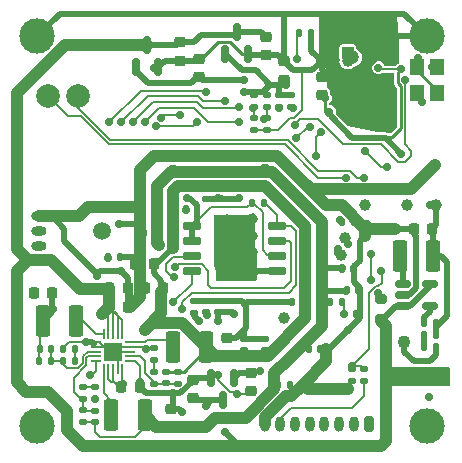
<source format=gbr>
%TF.GenerationSoftware,KiCad,Pcbnew,6.0.7*%
%TF.CreationDate,2022-11-09T14:03:12+03:00*%
%TF.ProjectId,camera_v3s,63616d65-7261-45f7-9633-732e6b696361,rev?*%
%TF.SameCoordinates,Original*%
%TF.FileFunction,Copper,L2,Bot*%
%TF.FilePolarity,Positive*%
%FSLAX46Y46*%
G04 Gerber Fmt 4.6, Leading zero omitted, Abs format (unit mm)*
G04 Created by KiCad (PCBNEW 6.0.7) date 2022-11-09 14:03:12*
%MOMM*%
%LPD*%
G01*
G04 APERTURE LIST*
G04 Aperture macros list*
%AMRoundRect*
0 Rectangle with rounded corners*
0 $1 Rounding radius*
0 $2 $3 $4 $5 $6 $7 $8 $9 X,Y pos of 4 corners*
0 Add a 4 corners polygon primitive as box body*
4,1,4,$2,$3,$4,$5,$6,$7,$8,$9,$2,$3,0*
0 Add four circle primitives for the rounded corners*
1,1,$1+$1,$2,$3*
1,1,$1+$1,$4,$5*
1,1,$1+$1,$6,$7*
1,1,$1+$1,$8,$9*
0 Add four rect primitives between the rounded corners*
20,1,$1+$1,$2,$3,$4,$5,0*
20,1,$1+$1,$4,$5,$6,$7,0*
20,1,$1+$1,$6,$7,$8,$9,0*
20,1,$1+$1,$8,$9,$2,$3,0*%
G04 Aperture macros list end*
%TA.AperFunction,SMDPad,CuDef*%
%ADD10C,1.000000*%
%TD*%
%TA.AperFunction,SMDPad,CuDef*%
%ADD11R,1.200000X1.400000*%
%TD*%
%TA.AperFunction,SMDPad,CuDef*%
%ADD12RoundRect,0.225000X0.250000X-0.225000X0.250000X0.225000X-0.250000X0.225000X-0.250000X-0.225000X0*%
%TD*%
%TA.AperFunction,SMDPad,CuDef*%
%ADD13RoundRect,0.135000X0.185000X-0.135000X0.185000X0.135000X-0.185000X0.135000X-0.185000X-0.135000X0*%
%TD*%
%TA.AperFunction,SMDPad,CuDef*%
%ADD14RoundRect,0.135000X-0.185000X0.135000X-0.185000X-0.135000X0.185000X-0.135000X0.185000X0.135000X0*%
%TD*%
%TA.AperFunction,SMDPad,CuDef*%
%ADD15RoundRect,0.200000X-0.275000X0.200000X-0.275000X-0.200000X0.275000X-0.200000X0.275000X0.200000X0*%
%TD*%
%TA.AperFunction,SMDPad,CuDef*%
%ADD16RoundRect,0.140000X-0.140000X-0.170000X0.140000X-0.170000X0.140000X0.170000X-0.140000X0.170000X0*%
%TD*%
%TA.AperFunction,SMDPad,CuDef*%
%ADD17RoundRect,0.140000X0.170000X-0.140000X0.170000X0.140000X-0.170000X0.140000X-0.170000X-0.140000X0*%
%TD*%
%TA.AperFunction,SMDPad,CuDef*%
%ADD18RoundRect,0.225000X0.225000X0.250000X-0.225000X0.250000X-0.225000X-0.250000X0.225000X-0.250000X0*%
%TD*%
%TA.AperFunction,SMDPad,CuDef*%
%ADD19RoundRect,0.135000X-0.135000X-0.185000X0.135000X-0.185000X0.135000X0.185000X-0.135000X0.185000X0*%
%TD*%
%TA.AperFunction,SMDPad,CuDef*%
%ADD20RoundRect,0.135000X0.135000X0.185000X-0.135000X0.185000X-0.135000X-0.185000X0.135000X-0.185000X0*%
%TD*%
%TA.AperFunction,SMDPad,CuDef*%
%ADD21RoundRect,0.140000X0.140000X0.170000X-0.140000X0.170000X-0.140000X-0.170000X0.140000X-0.170000X0*%
%TD*%
%TA.AperFunction,SMDPad,CuDef*%
%ADD22RoundRect,0.140000X-0.170000X0.140000X-0.170000X-0.140000X0.170000X-0.140000X0.170000X0.140000X0*%
%TD*%
%TA.AperFunction,SMDPad,CuDef*%
%ADD23RoundRect,0.250000X-0.375000X-1.075000X0.375000X-1.075000X0.375000X1.075000X-0.375000X1.075000X0*%
%TD*%
%TA.AperFunction,SMDPad,CuDef*%
%ADD24RoundRect,0.150000X-0.512500X-0.150000X0.512500X-0.150000X0.512500X0.150000X-0.512500X0.150000X0*%
%TD*%
%TA.AperFunction,SMDPad,CuDef*%
%ADD25RoundRect,0.225000X-0.225000X-0.250000X0.225000X-0.250000X0.225000X0.250000X-0.225000X0.250000X0*%
%TD*%
%TA.AperFunction,SMDPad,CuDef*%
%ADD26RoundRect,0.150000X-0.150000X0.587500X-0.150000X-0.587500X0.150000X-0.587500X0.150000X0.587500X0*%
%TD*%
%TA.AperFunction,SMDPad,CuDef*%
%ADD27RoundRect,0.225000X-0.250000X0.225000X-0.250000X-0.225000X0.250000X-0.225000X0.250000X0.225000X0*%
%TD*%
%TA.AperFunction,ComponentPad*%
%ADD28RoundRect,0.200000X0.450000X-0.200000X0.450000X0.200000X-0.450000X0.200000X-0.450000X-0.200000X0*%
%TD*%
%TA.AperFunction,ComponentPad*%
%ADD29O,1.300000X0.800000*%
%TD*%
%TA.AperFunction,SMDPad,CuDef*%
%ADD30RoundRect,0.150000X0.150000X-0.587500X0.150000X0.587500X-0.150000X0.587500X-0.150000X-0.587500X0*%
%TD*%
%TA.AperFunction,ComponentPad*%
%ADD31O,0.800000X1.300000*%
%TD*%
%TA.AperFunction,ComponentPad*%
%ADD32RoundRect,0.200000X0.200000X0.450000X-0.200000X0.450000X-0.200000X-0.450000X0.200000X-0.450000X0*%
%TD*%
%TA.AperFunction,SMDPad,CuDef*%
%ADD33R,1.650000X1.650000*%
%TD*%
%TA.AperFunction,SMDPad,CuDef*%
%ADD34RoundRect,0.050000X-0.050000X-0.375000X0.050000X-0.375000X0.050000X0.375000X-0.050000X0.375000X0*%
%TD*%
%TA.AperFunction,SMDPad,CuDef*%
%ADD35RoundRect,0.050000X-0.375000X-0.050000X0.375000X-0.050000X0.375000X0.050000X-0.375000X0.050000X0*%
%TD*%
%TA.AperFunction,SMDPad,CuDef*%
%ADD36RoundRect,0.250000X0.375000X1.075000X-0.375000X1.075000X-0.375000X-1.075000X0.375000X-1.075000X0*%
%TD*%
%TA.AperFunction,SMDPad,CuDef*%
%ADD37RoundRect,0.150000X0.650000X0.150000X-0.650000X0.150000X-0.650000X-0.150000X0.650000X-0.150000X0*%
%TD*%
%TA.AperFunction,SMDPad,CuDef*%
%ADD38R,1.000000X1.000000*%
%TD*%
%TA.AperFunction,SMDPad,CuDef*%
%ADD39R,1.050000X2.200000*%
%TD*%
%TA.AperFunction,ViaPad*%
%ADD40C,0.700000*%
%TD*%
%TA.AperFunction,ViaPad*%
%ADD41C,1.200000*%
%TD*%
%TA.AperFunction,ViaPad*%
%ADD42C,2.000000*%
%TD*%
%TA.AperFunction,ViaPad*%
%ADD43C,1.500000*%
%TD*%
%TA.AperFunction,ViaPad*%
%ADD44C,0.800000*%
%TD*%
%TA.AperFunction,ViaPad*%
%ADD45C,3.000000*%
%TD*%
%TA.AperFunction,Conductor*%
%ADD46C,0.500000*%
%TD*%
%TA.AperFunction,Conductor*%
%ADD47C,1.000000*%
%TD*%
%TA.AperFunction,Conductor*%
%ADD48C,0.127000*%
%TD*%
%TA.AperFunction,Conductor*%
%ADD49C,0.200000*%
%TD*%
%TA.AperFunction,Conductor*%
%ADD50C,0.250000*%
%TD*%
G04 APERTURE END LIST*
D10*
%TO.P,TP8,1,1*%
%TO.N,+5V*%
X35700000Y-31350000D03*
%TD*%
D11*
%TO.P,Y3,4,4*%
%TO.N,GNDD*%
X34650000Y-5100000D03*
%TO.P,Y3,3,3*%
%TO.N,Net-(U1-Pad28)*%
X34650000Y-7300000D03*
%TO.P,Y3,2,2*%
%TO.N,GNDD*%
X36350000Y-7300000D03*
%TO.P,Y3,1,1*%
%TO.N,Net-(U1-Pad27)*%
X36350000Y-5100000D03*
%TD*%
D12*
%TO.P,C61,1*%
%TO.N,/3V3_2*%
X26600000Y-7475000D03*
%TO.P,C61,2*%
%TO.N,GNDD*%
X26600000Y-5925000D03*
%TD*%
D13*
%TO.P,R34,2*%
%TO.N,/PWDN*%
X20850000Y-9390000D03*
%TO.P,R34,1*%
%TO.N,GNDD*%
X20850000Y-10410000D03*
%TD*%
D14*
%TO.P,R31,1*%
%TO.N,+3V0*%
X20850000Y-7490000D03*
%TO.P,R31,2*%
%TO.N,/PWDN*%
X20850000Y-8510000D03*
%TD*%
D13*
%TO.P,R30,1*%
%TO.N,GNDD*%
X21950000Y-10410000D03*
%TO.P,R30,2*%
%TO.N,/RESETB*%
X21950000Y-9390000D03*
%TD*%
D14*
%TO.P,R29,1*%
%TO.N,+3V0*%
X21950000Y-7490000D03*
%TO.P,R29,2*%
%TO.N,/RESETB*%
X21950000Y-8510000D03*
%TD*%
D15*
%TO.P,R37,2*%
%TO.N,+5V*%
X31600000Y-26425000D03*
%TO.P,R37,1*%
%TO.N,Net-(J5-Pad1)*%
X31600000Y-24775000D03*
%TD*%
D10*
%TO.P,TP1,1,1*%
%TO.N,/LRADC*%
X23400000Y-26400000D03*
%TD*%
D16*
%TO.P,C57,2*%
%TO.N,GNDD*%
X29280000Y-22200000D03*
%TO.P,C57,1*%
%TO.N,+3V3*%
X28320000Y-22200000D03*
%TD*%
%TO.P,C55,2*%
%TO.N,GNDD*%
X23880000Y-32000000D03*
%TO.P,C55,1*%
%TO.N,+3V3*%
X22920000Y-32000000D03*
%TD*%
D17*
%TO.P,C54,1*%
%TO.N,+1V8*%
X16800000Y-25880000D03*
%TO.P,C54,2*%
%TO.N,GNDD*%
X16800000Y-24920000D03*
%TD*%
D16*
%TO.P,C44,2*%
%TO.N,GNDD*%
X26480000Y-29000000D03*
%TO.P,C44,1*%
%TO.N,+3V3*%
X25520000Y-29000000D03*
%TD*%
D17*
%TO.P,C53,2*%
%TO.N,GNDD*%
X20000000Y-28120000D03*
%TO.P,C53,1*%
%TO.N,+1V2*%
X20000000Y-29080000D03*
%TD*%
%TO.P,C52,2*%
%TO.N,GNDD*%
X21800000Y-28120000D03*
%TO.P,C52,1*%
%TO.N,+1V2*%
X21800000Y-29080000D03*
%TD*%
D16*
%TO.P,C50,1*%
%TO.N,+1V2*%
X14120000Y-17100000D03*
%TO.P,C50,2*%
%TO.N,GNDD*%
X15080000Y-17100000D03*
%TD*%
D18*
%TO.P,C22,2*%
%TO.N,GNDD*%
X11625000Y-23800000D03*
%TO.P,C22,1*%
%TO.N,+1V2*%
X13175000Y-23800000D03*
%TD*%
%TO.P,C17,2*%
%TO.N,GNDD*%
X10825000Y-21800000D03*
%TO.P,C17,1*%
%TO.N,+1V2*%
X12375000Y-21800000D03*
%TD*%
D14*
%TO.P,R4,1*%
%TO.N,Net-(R1-Pad2)*%
X12400000Y-30890000D03*
%TO.P,R4,2*%
%TO.N,Net-(C4-Pad2)*%
X12400000Y-31910000D03*
%TD*%
D13*
%TO.P,R32,1*%
%TO.N,+3V3*%
X30200000Y-31710000D03*
%TO.P,R32,2*%
%TO.N,/USB-ID*%
X30200000Y-30690000D03*
%TD*%
D19*
%TO.P,R28,1*%
%TO.N,Net-(R13-Pad2)*%
X35290000Y-27800000D03*
%TO.P,R28,2*%
%TO.N,/3V3_2*%
X36310000Y-27800000D03*
%TD*%
%TO.P,R27,1*%
%TO.N,Net-(DA5-Pad5)*%
X35290000Y-26800000D03*
%TO.P,R27,2*%
%TO.N,/3V3_2*%
X36310000Y-26800000D03*
%TD*%
%TO.P,R25,2*%
%TO.N,GNDD*%
X29310000Y-18200000D03*
%TO.P,R25,1*%
%TO.N,/VRA2*%
X28290000Y-18200000D03*
%TD*%
D13*
%TO.P,R23,2*%
%TO.N,+3V0*%
X23000000Y-7490000D03*
%TO.P,R23,1*%
%TO.N,/I2C1_SCK*%
X23000000Y-8510000D03*
%TD*%
%TO.P,R22,2*%
%TO.N,+3V0*%
X24000000Y-7490000D03*
%TO.P,R22,1*%
%TO.N,/I2C1_SDA*%
X24000000Y-8510000D03*
%TD*%
D20*
%TO.P,R21,1*%
%TO.N,GNDD*%
X25710000Y-2200000D03*
%TO.P,R21,2*%
%TO.N,/STROB*%
X24690000Y-2200000D03*
%TD*%
D19*
%TO.P,R17,2*%
%TO.N,/RESET*%
X28310000Y-25000000D03*
%TO.P,R17,1*%
%TO.N,+3V3*%
X27290000Y-25000000D03*
%TD*%
D14*
%TO.P,R16,2*%
%TO.N,GNDD*%
X29200000Y-31710000D03*
%TO.P,R16,1*%
%TO.N,/USB-ID*%
X29200000Y-30690000D03*
%TD*%
D13*
%TO.P,R14,2*%
%TO.N,GNDD*%
X15800000Y-24890000D03*
%TO.P,R14,1*%
%TO.N,Net-(DD1-Pad73)*%
X15800000Y-25910000D03*
%TD*%
D20*
%TO.P,R13,1*%
%TO.N,GNDD*%
X36310000Y-28800000D03*
%TO.P,R13,2*%
%TO.N,Net-(R13-Pad2)*%
X35290000Y-28800000D03*
%TD*%
D19*
%TO.P,R12,2*%
%TO.N,Net-(DD1-Pad113)*%
X27910000Y-20800000D03*
%TO.P,R12,1*%
%TO.N,+3V3*%
X26890000Y-20800000D03*
%TD*%
%TO.P,R10,2*%
%TO.N,/SPI_CS*%
X21710000Y-16600000D03*
%TO.P,R10,1*%
%TO.N,+3V3*%
X20690000Y-16600000D03*
%TD*%
D13*
%TO.P,R9,2*%
%TO.N,Net-(C6-Pad2)*%
X6400000Y-34170000D03*
%TO.P,R9,1*%
%TO.N,+3V3*%
X6400000Y-35190000D03*
%TD*%
D19*
%TO.P,R8,2*%
%TO.N,Net-(C5-Pad2)*%
X3710000Y-30000000D03*
%TO.P,R8,1*%
%TO.N,+1V8*%
X2690000Y-30000000D03*
%TD*%
D14*
%TO.P,R7,2*%
%TO.N,Net-(C4-Pad2)*%
X14400000Y-31910000D03*
%TO.P,R7,1*%
%TO.N,+1V2*%
X14400000Y-30890000D03*
%TD*%
%TO.P,R6,2*%
%TO.N,Net-(C6-Pad2)*%
X6400000Y-33190000D03*
%TO.P,R6,1*%
%TO.N,Net-(R3-Pad2)*%
X6400000Y-32170000D03*
%TD*%
D20*
%TO.P,R5,2*%
%TO.N,Net-(C5-Pad2)*%
X4690000Y-30000000D03*
%TO.P,R5,1*%
%TO.N,Net-(R2-Pad2)*%
X5710000Y-30000000D03*
%TD*%
D13*
%TO.P,R3,2*%
%TO.N,Net-(R3-Pad2)*%
X7400000Y-32170000D03*
%TO.P,R3,1*%
%TO.N,GNDD*%
X7400000Y-33190000D03*
%TD*%
D19*
%TO.P,R2,2*%
%TO.N,Net-(R2-Pad2)*%
X5710000Y-29000000D03*
%TO.P,R2,1*%
%TO.N,GNDD*%
X4690000Y-29000000D03*
%TD*%
D14*
%TO.P,R1,1*%
%TO.N,GNDD*%
X12400000Y-28890000D03*
%TO.P,R1,2*%
%TO.N,Net-(R1-Pad2)*%
X12400000Y-29910000D03*
%TD*%
D17*
%TO.P,C46,2*%
%TO.N,GNDD*%
X17800000Y-24920000D03*
%TO.P,C46,1*%
%TO.N,VAA*%
X17800000Y-25880000D03*
%TD*%
D21*
%TO.P,C37,2*%
%TO.N,GNDD*%
X24120000Y-25000000D03*
%TO.P,C37,1*%
%TO.N,+1V2*%
X25080000Y-25000000D03*
%TD*%
D17*
%TO.P,C36,1*%
%TO.N,VAA*%
X18800000Y-25880000D03*
%TO.P,C36,2*%
%TO.N,GNDD*%
X18800000Y-24920000D03*
%TD*%
D22*
%TO.P,C35,2*%
%TO.N,GNDD*%
X16800000Y-16280000D03*
%TO.P,C35,1*%
%TO.N,+1V2*%
X16800000Y-15320000D03*
%TD*%
D17*
%TO.P,C32,2*%
%TO.N,GNDD*%
X14000000Y-12720000D03*
%TO.P,C32,1*%
%TO.N,+3V3*%
X14000000Y-13680000D03*
%TD*%
D22*
%TO.P,C31,2*%
%TO.N,GNDD*%
X19400000Y-16280000D03*
%TO.P,C31,1*%
%TO.N,+1V2*%
X19400000Y-15320000D03*
%TD*%
D16*
%TO.P,C28,2*%
%TO.N,GNDD*%
X29680000Y-24000000D03*
%TO.P,C28,1*%
%TO.N,+3V3*%
X28720000Y-24000000D03*
%TD*%
D22*
%TO.P,C26,2*%
%TO.N,GNDD*%
X18200000Y-16280000D03*
%TO.P,C26,1*%
%TO.N,+1V2*%
X18200000Y-15320000D03*
%TD*%
D21*
%TO.P,C25,2*%
%TO.N,GNDD*%
X11520000Y-19200000D03*
%TO.P,C25,1*%
%TO.N,+3V3*%
X12480000Y-19200000D03*
%TD*%
D16*
%TO.P,C24,2*%
%TO.N,GNDD*%
X9480000Y-21200000D03*
%TO.P,C24,1*%
%TO.N,+3V3*%
X8520000Y-21200000D03*
%TD*%
D17*
%TO.P,C20,2*%
%TO.N,GNDD*%
X21800000Y-12640000D03*
%TO.P,C20,1*%
%TO.N,+3V3*%
X21800000Y-13600000D03*
%TD*%
D16*
%TO.P,C16,2*%
%TO.N,GNDD*%
X29480000Y-26000000D03*
%TO.P,C16,1*%
%TO.N,/RESET*%
X28520000Y-26000000D03*
%TD*%
D17*
%TO.P,C6,2*%
%TO.N,Net-(C6-Pad2)*%
X7400000Y-34200000D03*
%TO.P,C6,1*%
%TO.N,+3V3*%
X7400000Y-35160000D03*
%TD*%
D16*
%TO.P,C5,2*%
%TO.N,Net-(C5-Pad2)*%
X3680000Y-29000000D03*
%TO.P,C5,1*%
%TO.N,+1V8*%
X2720000Y-29000000D03*
%TD*%
D22*
%TO.P,C4,2*%
%TO.N,Net-(C4-Pad2)*%
X13400000Y-31880000D03*
%TO.P,C4,1*%
%TO.N,+1V2*%
X13400000Y-30920000D03*
%TD*%
D23*
%TO.P,L4,2,2*%
%TO.N,/3V3_2*%
X36000000Y-21120000D03*
%TO.P,L4,1,1*%
%TO.N,Net-(DA5-Pad3)*%
X33200000Y-21120000D03*
%TD*%
D24*
%TO.P,DA5,5,FB*%
%TO.N,Net-(DA5-Pad5)*%
X35737500Y-25350000D03*
%TO.P,DA5,4,VIN*%
%TO.N,+5V*%
X35737500Y-23450000D03*
%TO.P,DA5,3,SW*%
%TO.N,Net-(DA5-Pad3)*%
X33462500Y-23450000D03*
%TO.P,DA5,2,GND*%
%TO.N,GNDD*%
X33462500Y-24400000D03*
%TO.P,DA5,1,EN*%
%TO.N,+5V*%
X33462500Y-25350000D03*
%TD*%
D18*
%TO.P,C41,1*%
%TO.N,/3V3_2*%
X35975000Y-18800000D03*
%TO.P,C41,2*%
%TO.N,GNDD*%
X34425000Y-18800000D03*
%TD*%
D25*
%TO.P,C38,2*%
%TO.N,GNDD*%
X33575000Y-28400000D03*
%TO.P,C38,1*%
%TO.N,+5V*%
X32025000Y-28400000D03*
%TD*%
D10*
%TO.P,TP4,1,1*%
%TO.N,Net-(DD1-Pad113)*%
X28200000Y-21000000D03*
%TD*%
%TO.P,TP3,1,1*%
%TO.N,Net-(DD1-Pad114)*%
X28600000Y-19600000D03*
%TD*%
D26*
%TO.P,DA4,3,VI*%
%TO.N,+5V*%
X18200000Y-33337500D03*
%TO.P,DA4,2,VO*%
%TO.N,VAA*%
X19150000Y-31462500D03*
%TO.P,DA4,1,GND*%
%TO.N,GNDD*%
X17250000Y-31462500D03*
%TD*%
D27*
%TO.P,C34,2*%
%TO.N,GNDD*%
X20600000Y-32575000D03*
%TO.P,C34,1*%
%TO.N,VAA*%
X20600000Y-31025000D03*
%TD*%
D12*
%TO.P,C29,2*%
%TO.N,GNDD*%
X15700000Y-31575000D03*
%TO.P,C29,1*%
%TO.N,+5V*%
X15700000Y-33125000D03*
%TD*%
D28*
%TO.P,J4,1,Pin_1*%
%TO.N,+5V*%
X2650000Y-21475000D03*
D29*
%TO.P,J4,2,Pin_2*%
%TO.N,/UART0_RX*%
X2650000Y-20225000D03*
%TO.P,J4,3,Pin_3*%
%TO.N,/UART0_TX*%
X2650000Y-18975000D03*
%TO.P,J4,4,Pin_4*%
%TO.N,GNDD*%
X2650000Y-17725000D03*
%TD*%
D27*
%TO.P,C11,2*%
%TO.N,GNDD*%
X21900000Y-4112500D03*
%TO.P,C11,1*%
%TO.N,+5V*%
X21900000Y-2562500D03*
%TD*%
D30*
%TO.P,DA2,1,GND*%
%TO.N,GNDD*%
X20350000Y-4037500D03*
%TO.P,DA2,2,VO*%
%TO.N,+3V0*%
X18450000Y-4037500D03*
%TO.P,DA2,3,VI*%
%TO.N,+5V*%
X19400000Y-2162500D03*
%TD*%
D12*
%TO.P,C14,2*%
%TO.N,GNDD*%
X23400000Y-4625000D03*
%TO.P,C14,1*%
%TO.N,+3V0*%
X23400000Y-6175000D03*
%TD*%
D31*
%TO.P,J3,8,Pin_8*%
%TO.N,GNDD*%
X21825000Y-35350000D03*
%TO.P,J3,7,Pin_7*%
%TO.N,+3V3*%
X23075000Y-35350000D03*
%TO.P,J3,6,Pin_6*%
%TO.N,/SDC0_D2*%
X24325000Y-35350000D03*
%TO.P,J3,5,Pin_5*%
%TO.N,/SDC0_D3*%
X25575000Y-35350000D03*
%TO.P,J3,4,Pin_4*%
%TO.N,/SDC0_CMD*%
X26825000Y-35350000D03*
%TO.P,J3,3,Pin_3*%
%TO.N,/SDC0_CLK*%
X28075000Y-35350000D03*
%TO.P,J3,2,Pin_2*%
%TO.N,/SDC0_D0*%
X29325000Y-35350000D03*
D32*
%TO.P,J3,1,Pin_1*%
%TO.N,/SDC0_D1*%
X30575000Y-35350000D03*
%TD*%
D30*
%TO.P,DA3,1,GND*%
%TO.N,GNDD*%
X12750000Y-5137500D03*
%TO.P,DA3,2,VO*%
%TO.N,+1V35*%
X10850000Y-5137500D03*
%TO.P,DA3,3,VI*%
%TO.N,+5V*%
X11800000Y-3262500D03*
%TD*%
D33*
%TO.P,DA1,21,EPad*%
%TO.N,GNDD*%
X8924750Y-29200000D03*
D34*
%TO.P,DA1,20,LX3*%
%TO.N,Net-(DA1-Pad20)*%
X8124750Y-30650000D03*
%TO.P,DA1,19,VIN3*%
%TO.N,+5V*%
X8524750Y-30650000D03*
%TO.P,DA1,18,EN3*%
X8924750Y-30650000D03*
%TO.P,DA1,17,AGND*%
%TO.N,GNDD*%
X9324750Y-30650000D03*
%TO.P,DA1,16,VCC*%
%TO.N,+5V*%
X9724750Y-30650000D03*
D35*
%TO.P,DA1,15,AGND*%
%TO.N,GNDD*%
X10374750Y-30000000D03*
%TO.P,DA1,14,FB1*%
%TO.N,Net-(C4-Pad2)*%
X10374750Y-29600000D03*
%TO.P,DA1,13,GND1*%
%TO.N,GNDD*%
X10374750Y-29200000D03*
%TO.P,DA1,12,GND1*%
X10374750Y-28800000D03*
%TO.P,DA1,11,LX1*%
%TO.N,Net-(DA1-Pad11)*%
X10374750Y-28400000D03*
D34*
%TO.P,DA1,10,VIN1*%
%TO.N,+5V*%
X9724750Y-27750000D03*
%TO.P,DA1,9,EN1*%
X9324750Y-27750000D03*
%TO.P,DA1,8,EN2*%
X8924750Y-27750000D03*
%TO.P,DA1,7,VIN2*%
X8524750Y-27750000D03*
%TO.P,DA1,6,LX2*%
%TO.N,Net-(DA1-Pad6)*%
X8124750Y-27750000D03*
D35*
%TO.P,DA1,5,GND2*%
%TO.N,GNDD*%
X7474750Y-28400000D03*
%TO.P,DA1,4,GND2*%
X7474750Y-28800000D03*
%TO.P,DA1,3,FB2*%
%TO.N,Net-(C5-Pad2)*%
X7474750Y-29200000D03*
%TO.P,DA1,2,FB3*%
%TO.N,Net-(C6-Pad2)*%
X7474750Y-29600000D03*
%TO.P,DA1,1,GND3*%
%TO.N,GNDD*%
X7474750Y-30000000D03*
%TD*%
D25*
%TO.P,C7,1*%
%TO.N,+5V*%
X9625000Y-32200000D03*
%TO.P,C7,2*%
%TO.N,GNDD*%
X11175000Y-32200000D03*
%TD*%
D27*
%TO.P,C12,1*%
%TO.N,+5V*%
X14600000Y-3025000D03*
%TO.P,C12,2*%
%TO.N,GNDD*%
X14600000Y-4575000D03*
%TD*%
D10*
%TO.P,TP13,1,1*%
%TO.N,/ANT*%
X28800000Y-4600000D03*
%TD*%
D36*
%TO.P,L1,1,1*%
%TO.N,+1V2*%
X16800000Y-28800000D03*
%TO.P,L1,2,2*%
%TO.N,Net-(DA1-Pad11)*%
X14000000Y-28800000D03*
%TD*%
D10*
%TO.P,TP12,1,1*%
%TO.N,GNDD*%
X27600000Y-16800000D03*
%TD*%
D23*
%TO.P,L2,1,1*%
%TO.N,+1V8*%
X3000000Y-26600000D03*
%TO.P,L2,2,2*%
%TO.N,Net-(DA1-Pad6)*%
X5800000Y-26600000D03*
%TD*%
D12*
%TO.P,C3,1*%
%TO.N,+3V3*%
X13800000Y-35575000D03*
%TO.P,C3,2*%
%TO.N,GNDD*%
X13800000Y-34025000D03*
%TD*%
D37*
%TO.P,DD2,8,VCC*%
%TO.N,+3V3*%
X15600000Y-18595000D03*
%TO.P,DD2,7,~{HOLD}/SIO3*%
X15600000Y-19865000D03*
%TO.P,DD2,6,SCLK*%
%TO.N,/SPI_SCK*%
X15600000Y-21135000D03*
%TO.P,DD2,5,SI/SIO0*%
%TO.N,/SPI_MOSI*%
X15600000Y-22405000D03*
%TO.P,DD2,4,GND*%
%TO.N,GNDD*%
X22800000Y-22405000D03*
%TO.P,DD2,3,~{WP}/SIO2*%
%TO.N,+3V3*%
X22800000Y-21135000D03*
%TO.P,DD2,2,SO/SIO1*%
%TO.N,/SPI_MISO*%
X22800000Y-19865000D03*
%TO.P,DD2,1,~{CS}*%
%TO.N,/SPI_CS*%
X22800000Y-18595000D03*
%TD*%
D12*
%TO.P,C1,2*%
%TO.N,GNDD*%
X18600000Y-28025000D03*
%TO.P,C1,1*%
%TO.N,+1V2*%
X18600000Y-29575000D03*
%TD*%
D10*
%TO.P,TP11,1,1*%
%TO.N,/USB-D-_R*%
X33800000Y-16800000D03*
%TD*%
D12*
%TO.P,C15,1*%
%TO.N,+1V35*%
X16200000Y-5975000D03*
%TO.P,C15,2*%
%TO.N,GNDD*%
X16200000Y-4425000D03*
%TD*%
D10*
%TO.P,TP14,1,1*%
%TO.N,GNDD*%
X26600000Y-4600000D03*
%TD*%
D36*
%TO.P,L3,2,2*%
%TO.N,Net-(DA1-Pad20)*%
X8800000Y-34600000D03*
%TO.P,L3,1,1*%
%TO.N,+3V3*%
X11600000Y-34600000D03*
%TD*%
D18*
%TO.P,C2,1*%
%TO.N,+1V8*%
X3775000Y-24200000D03*
%TO.P,C2,2*%
%TO.N,GNDD*%
X2225000Y-24200000D03*
%TD*%
D38*
%TO.P,X2,1,In*%
%TO.N,/ANT*%
X28800000Y-3900000D03*
D39*
%TO.P,X2,2,Ext*%
%TO.N,GNDD*%
X27325000Y-2400000D03*
X30275000Y-2400000D03*
D38*
X28800000Y-900000D03*
%TD*%
D25*
%TO.P,C10,1*%
%TO.N,+5V*%
X8625000Y-23800000D03*
%TO.P,C10,2*%
%TO.N,GNDD*%
X10175000Y-23800000D03*
%TD*%
D10*
%TO.P,TP9,1,1*%
%TO.N,/3V3_2*%
X36300000Y-16800000D03*
%TD*%
D25*
%TO.P,C8,1*%
%TO.N,+5V*%
X8625000Y-25400000D03*
%TO.P,C8,2*%
%TO.N,GNDD*%
X10175000Y-25400000D03*
%TD*%
D10*
%TO.P,TP10,1,1*%
%TO.N,/USB-D+_R*%
X30300000Y-16800000D03*
%TD*%
D40*
%TO.N,GNDD*%
X29850000Y-9750000D03*
X30950000Y-9750000D03*
X32100000Y-9750000D03*
X29850000Y-8750000D03*
X35700000Y-33050000D03*
%TO.N,+5V*%
X35700000Y-31350000D03*
%TO.N,GNDD*%
X29850000Y-7650000D03*
X31000000Y-7600000D03*
X32100000Y-7650000D03*
X32100000Y-8700000D03*
%TO.N,/3V3_2*%
X26900000Y-7740000D03*
%TO.N,/RST*%
X24300000Y-10010000D03*
X33649500Y-6200000D03*
%TO.N,/3V3_2*%
X31400000Y-5150000D03*
X33350000Y-5300000D03*
X33350000Y-12450000D03*
%TO.N,GNDD*%
X31000000Y-8700000D03*
X34750000Y-4350000D03*
X36563500Y-7300000D03*
%TO.N,Net-(U1-Pad27)*%
X35900000Y-5100000D03*
%TO.N,Net-(U1-Pad28)*%
X35100000Y-8100000D03*
%TO.N,/3V3_2*%
X27250000Y-8886000D03*
%TO.N,/SDC1_CMD*%
X25600000Y-10200000D03*
X24450000Y-11150000D03*
%TO.N,/SDC1_D3*%
X30276500Y-12260000D03*
X32150000Y-13600000D03*
%TO.N,/SDC1_D2*%
X26500000Y-10650000D03*
X26100000Y-12600000D03*
%TO.N,GNDD*%
X15073500Y-17200000D03*
D41*
%TO.N,/ANT*%
X29200000Y-4300000D03*
D42*
%TO.N,Net-(DD1-Pad113)*%
X5950000Y-7550000D03*
%TO.N,Net-(DD1-Pad114)*%
X3400000Y-7550000D03*
D40*
%TO.N,/LRADC*%
X23400000Y-26400000D03*
%TO.N,Net-(DD1-Pad113)*%
X30150000Y-14473500D03*
%TO.N,Net-(DD1-Pad114)*%
X28650000Y-14473500D03*
%TO.N,GNDD*%
X11800000Y-13000000D03*
%TO.N,/I2C1_SCK*%
X23000000Y-8600000D03*
%TO.N,/I2C1_SDA*%
X24200000Y-8600000D03*
%TO.N,GNDD*%
X36200000Y-13400000D03*
X14800000Y-34310000D03*
X7400000Y-33199255D03*
X26600000Y-4600000D03*
X12400000Y-5200000D03*
%TO.N,/STROB*%
X24490000Y-4400000D03*
%TO.N,+1V35*%
X20000000Y-6200000D03*
%TO.N,/CSI_D4*%
X12541539Y-10087691D03*
X16000000Y-9800000D03*
%TO.N,/CSI_D5*%
X13000000Y-9400000D03*
X14600000Y-9200000D03*
%TO.N,/CLK_PCLK*%
X16800000Y-7200000D03*
X8600000Y-9800000D03*
%TO.N,/CSI_MCLK*%
X18423500Y-8000000D03*
X9600000Y-9800000D03*
%TO.N,/CSI_HS*%
X19576500Y-8500000D03*
X10600000Y-9800000D03*
%TO.N,/CSI_VS*%
X11600000Y-9800000D03*
X19576500Y-9800000D03*
%TO.N,/PWDN*%
X20750000Y-8600000D03*
%TO.N,/RESETB*%
X21700000Y-9550000D03*
%TO.N,+3V0*%
X19992352Y-7192352D03*
X23600000Y-6600000D03*
%TO.N,GNDD*%
X2200000Y-24200000D03*
%TO.N,+5V*%
X3400000Y-32600000D03*
%TO.N,+1V8*%
X16888262Y-26125011D03*
%TO.N,+3V3*%
X8520000Y-21276500D03*
%TO.N,GNDD*%
X33600000Y-28400000D03*
X28800000Y-32400000D03*
%TO.N,+1V2*%
X16200000Y-15200000D03*
X17200000Y-15200000D03*
X18200000Y-15200000D03*
%TO.N,GNDD*%
X17800000Y-16223500D03*
X19600000Y-16200000D03*
X20100000Y-25200000D03*
X9400000Y-18400000D03*
X7600000Y-22800000D03*
X9600000Y-22400000D03*
%TO.N,+5V*%
X18400000Y-36000000D03*
X16800000Y-33800000D03*
%TO.N,GNDD*%
X30400000Y-18400000D03*
%TO.N,Net-(DD1-Pad113)*%
X28000000Y-20476500D03*
%TO.N,/VRA2*%
X28109510Y-18090490D03*
%TO.N,Net-(DD1-Pad114)*%
X28800000Y-20076500D03*
%TO.N,GNDD*%
X28200000Y-16800000D03*
%TO.N,VAA*%
X19200000Y-26000000D03*
%TO.N,GNDD*%
X30275551Y-19395803D03*
%TO.N,+1V2*%
X24100000Y-17500000D03*
%TO.N,+3V3*%
X24500000Y-16100000D03*
X15200000Y-16176500D03*
X25900000Y-27700000D03*
%TO.N,GNDD*%
X23800000Y-33000000D03*
X28800000Y-27400000D03*
X27000000Y-29000000D03*
%TO.N,/RESET*%
X28520000Y-26040000D03*
%TO.N,GNDD*%
X24800000Y-14600000D03*
%TO.N,VAA*%
X21392352Y-30807648D03*
%TO.N,GNDD*%
X19400000Y-32800000D03*
X17800000Y-31200000D03*
%TO.N,VAA*%
X17804102Y-26619398D03*
%TO.N,GNDD*%
X32800000Y-18800000D03*
%TO.N,/USB-D+_R*%
X30751838Y-23110000D03*
%TO.N,Net-(J5-Pad1)*%
X31400000Y-24200000D03*
%TO.N,/USB-D+_R*%
X30803162Y-20943162D03*
%TO.N,/3V3_2*%
X35800000Y-16800000D03*
%TO.N,/USB-D-_R*%
X33800000Y-16800000D03*
%TO.N,/USB-D+_R*%
X30300000Y-16800000D03*
%TO.N,/USB-ID*%
X31600000Y-22400000D03*
X29190000Y-30400000D03*
%TO.N,+3V3*%
X28350500Y-22160000D03*
X28650500Y-24040000D03*
X13830528Y-14096673D03*
X20800000Y-14150500D03*
%TO.N,+1V2*%
X25200000Y-22200000D03*
X14000000Y-17400000D03*
%TO.N,/SPI_MISO*%
X14200000Y-22000000D03*
%TO.N,/SPI_SCK*%
X14095664Y-22904336D03*
%TO.N,/SPI_CS*%
X14800000Y-25600000D03*
%TO.N,/SPI_MOSI*%
X14049500Y-25000000D03*
%TO.N,+1V2*%
X13034165Y-24143058D03*
X14000000Y-19000000D03*
%TO.N,+5V*%
X8000000Y-26000000D03*
X9762375Y-31962375D03*
%TO.N,+1V2*%
X14000000Y-20400000D03*
%TO.N,+3V3*%
X12807648Y-20207648D03*
%TO.N,GNDD*%
X14000000Y-32743500D03*
%TO.N,+1V2*%
X22025000Y-29575000D03*
%TO.N,+3V3*%
X23800000Y-29800000D03*
X22600000Y-31000000D03*
%TO.N,+1V2*%
X20200000Y-29600000D03*
%TO.N,Net-(DD1-Pad73)*%
X16249500Y-26649500D03*
%TO.N,GNDD*%
X9075250Y-29342109D03*
X6600000Y-28400000D03*
X7000000Y-31200000D03*
X11200000Y-31800000D03*
X11750500Y-29000000D03*
%TO.N,+1V8*%
X3825000Y-25600000D03*
%TO.N,+1V2*%
X11600000Y-27400000D03*
D43*
%TO.N,*%
X8000000Y-19000000D03*
D44*
%TO.N,GNDD*%
X20800000Y-18000000D03*
X20800000Y-22600000D03*
X18600000Y-22600000D03*
D45*
X35500000Y-2500000D03*
D44*
X20800000Y-20800000D03*
D45*
X35500000Y-35500000D03*
D44*
X20800000Y-19400000D03*
X18600000Y-21000000D03*
X18600000Y-18000000D03*
D45*
X2500000Y-2500000D03*
D44*
X18600000Y-19400000D03*
D45*
X2500000Y-35500000D03*
%TD*%
D46*
%TO.N,GNDD*%
X20100000Y-25200000D02*
X19820000Y-24920000D01*
X19820000Y-24920000D02*
X18800000Y-24920000D01*
X20100000Y-25200000D02*
X20200000Y-25300000D01*
X20100000Y-25200000D02*
X20300000Y-25000000D01*
X20300000Y-25000000D02*
X24120000Y-25000000D01*
X20200000Y-25300000D02*
X20200000Y-27200000D01*
D47*
%TO.N,+3V3*%
X12807648Y-20207648D02*
X12650000Y-20050000D01*
X12650000Y-20050000D02*
X12650000Y-15150000D01*
X22400000Y-14000000D02*
X24500000Y-16100000D01*
X12650000Y-15150000D02*
X13800000Y-14000000D01*
X13800000Y-14000000D02*
X22400000Y-14000000D01*
D46*
X15200000Y-16176500D02*
X15376500Y-16176500D01*
X15376500Y-16176500D02*
X16000000Y-16800000D01*
X16000000Y-16800000D02*
X16000000Y-18200000D01*
X16000000Y-18200000D02*
X15600000Y-18600000D01*
D48*
%TO.N,/RST*%
X33649500Y-6200000D02*
X33650000Y-6200500D01*
X28400000Y-11650000D02*
X26300000Y-9550000D01*
X33650000Y-6200500D02*
X33650000Y-11650000D01*
X26300000Y-9550000D02*
X24760000Y-9550000D01*
X33650000Y-11650000D02*
X34200000Y-12200000D01*
X33100000Y-13150000D02*
X31600000Y-11650000D01*
X34200000Y-12200000D02*
X34200000Y-12600000D01*
X34200000Y-12600000D02*
X33650000Y-13150000D01*
X24760000Y-9550000D02*
X24300000Y-10010000D01*
X33650000Y-13150000D02*
X33100000Y-13150000D01*
X31600000Y-11650000D02*
X28400000Y-11650000D01*
D49*
%TO.N,GNDD*%
X20850000Y-10410000D02*
X22940000Y-10410000D01*
X22940000Y-10410000D02*
X23950000Y-9400000D01*
X23950000Y-9400000D02*
X24216002Y-9400000D01*
X24216002Y-9400000D02*
X24900000Y-8716002D01*
X24900000Y-8716002D02*
X24900000Y-5400000D01*
%TO.N,/CSI_VS*%
X19576500Y-9800000D02*
X19559148Y-9782648D01*
X19559148Y-9782648D02*
X17012199Y-9782648D01*
X17012199Y-9782648D02*
X15779551Y-8550000D01*
X15779551Y-8550000D02*
X12850000Y-8550000D01*
X12850000Y-8550000D02*
X11600000Y-9800000D01*
%TO.N,/CSI_HS*%
X19576500Y-8500000D02*
X19476500Y-8600000D01*
X19476500Y-8600000D02*
X16560775Y-8600000D01*
X16560775Y-8600000D02*
X16010775Y-8050000D01*
X16010775Y-8050000D02*
X12350000Y-8050000D01*
X12350000Y-8050000D02*
X10600000Y-9800000D01*
%TO.N,/CSI_MCLK*%
X9600000Y-9800000D02*
X11850000Y-7550000D01*
X16133998Y-7550000D02*
X16583998Y-8000000D01*
X11850000Y-7550000D02*
X16133998Y-7550000D01*
X16583998Y-8000000D02*
X18423500Y-8000000D01*
%TO.N,/CLK_PCLK*%
X8600000Y-9800000D02*
X11300000Y-7100000D01*
X11300000Y-7100000D02*
X16700000Y-7100000D01*
X16700000Y-7100000D02*
X16800000Y-7200000D01*
D46*
%TO.N,+1V35*%
X16200000Y-5975000D02*
X16025000Y-5975000D01*
X11850000Y-6450000D02*
X10850000Y-5450000D01*
X16025000Y-5975000D02*
X15550000Y-6450000D01*
X15550000Y-6450000D02*
X11850000Y-6450000D01*
X10850000Y-5450000D02*
X10850000Y-5137500D01*
D48*
%TO.N,/SDC1_CMD*%
X25600000Y-10200000D02*
X25400000Y-10200000D01*
X25400000Y-10200000D02*
X24450000Y-11150000D01*
%TO.N,Net-(DD1-Pad114)*%
X28650000Y-14473500D02*
X26323500Y-14473500D01*
X26323500Y-14473500D02*
X23450000Y-11600000D01*
X23450000Y-11600000D02*
X8590790Y-11600000D01*
X8590790Y-11600000D02*
X6240790Y-9250000D01*
X6240790Y-9250000D02*
X5100000Y-9250000D01*
X5100000Y-9250000D02*
X3400000Y-7550000D01*
D50*
%TO.N,GNDD*%
X36563500Y-7300000D02*
X36550000Y-7300000D01*
X34650000Y-5400000D02*
X34650000Y-5100000D01*
X36550000Y-7300000D02*
X34650000Y-5400000D01*
D46*
X31000000Y-8700000D02*
X29450000Y-7150000D01*
X29450000Y-7150000D02*
X28350000Y-7150000D01*
X31000000Y-7600000D02*
X30400000Y-7000000D01*
X28350000Y-7150000D02*
X26600000Y-5400000D01*
X26600000Y-5400000D02*
X26600000Y-4600000D01*
X31000000Y-8700000D02*
X31000000Y-7600000D01*
X30400000Y-7000000D02*
X30400000Y-5121866D01*
X30400000Y-5121866D02*
X33021866Y-2500000D01*
X33021866Y-2500000D02*
X35500000Y-2500000D01*
D48*
%TO.N,/SDC1_D3*%
X32150000Y-13600000D02*
X31616500Y-13600000D01*
X31616500Y-13600000D02*
X30276500Y-12260000D01*
%TO.N,/SDC1_D2*%
X26500000Y-10650000D02*
X26100000Y-11050000D01*
X26100000Y-11050000D02*
X26100000Y-12600000D01*
D50*
%TO.N,/3V3_2*%
X26900000Y-7740000D02*
X26900000Y-8900000D01*
X26900000Y-8900000D02*
X29050000Y-11050000D01*
X33048000Y-6499357D02*
X33048000Y-5602000D01*
X29050000Y-11050000D02*
X32550000Y-11050000D01*
X33300000Y-6751357D02*
X33048000Y-6499357D01*
X32550000Y-11050000D02*
X33300000Y-10300000D01*
X33300000Y-10300000D02*
X33300000Y-6751357D01*
X33048000Y-5602000D02*
X33350000Y-5300000D01*
D46*
X33350000Y-12450000D02*
X32000000Y-11100000D01*
X32000000Y-11100000D02*
X29150000Y-11100000D01*
X29150000Y-11100000D02*
X27345000Y-9295000D01*
D47*
%TO.N,+5V*%
X32000000Y-27000000D02*
X32000000Y-30900000D01*
X32000000Y-30900000D02*
X32000000Y-36800000D01*
X35700000Y-31350000D02*
X32450000Y-31350000D01*
X32450000Y-31350000D02*
X32000000Y-30900000D01*
D48*
%TO.N,Net-(DD1-Pad113)*%
X30150000Y-14473500D02*
X29573500Y-14473500D01*
X29573500Y-14473500D02*
X29000000Y-13900000D01*
X29000000Y-13900000D02*
X26309210Y-13900000D01*
X26309210Y-13900000D02*
X23709210Y-11300000D01*
X23709210Y-11300000D02*
X8650000Y-11300000D01*
X8650000Y-11300000D02*
X5950000Y-8600000D01*
X5950000Y-8600000D02*
X5950000Y-7550000D01*
D47*
%TO.N,+5V*%
X11800000Y-3262500D02*
X4837500Y-3262500D01*
X4837500Y-3262500D02*
X800000Y-7300000D01*
X800000Y-7300000D02*
X800000Y-20550000D01*
X800000Y-20550000D02*
X1725000Y-21475000D01*
D49*
%TO.N,/3V3_2*%
X31400000Y-5150000D02*
X31550000Y-5300000D01*
X31550000Y-5300000D02*
X33350000Y-5300000D01*
D48*
%TO.N,GNDD*%
X36350000Y-7300000D02*
X36563500Y-7300000D01*
%TO.N,Net-(DD1-Pad114)*%
X3400000Y-7950000D02*
X3400000Y-7550000D01*
D47*
%TO.N,GNDD*%
X24800000Y-14600000D02*
X25650000Y-15450000D01*
X25650000Y-15450000D02*
X34150000Y-15450000D01*
X34150000Y-15450000D02*
X36200000Y-13400000D01*
D49*
%TO.N,/PWDN*%
X20850000Y-9390000D02*
X20850000Y-8510000D01*
%TO.N,/RESETB*%
X21950000Y-8510000D02*
X21950000Y-9510000D01*
X21950000Y-9510000D02*
X22040000Y-9600000D01*
D46*
%TO.N,GNDD*%
X24900000Y-5400000D02*
X25800000Y-5400000D01*
X24200000Y-5400000D02*
X24900000Y-5400000D01*
D49*
%TO.N,/RESETB*%
X21700000Y-9550000D02*
X21850000Y-9400000D01*
D47*
%TO.N,+5V*%
X31600000Y-26600000D02*
X32000000Y-27000000D01*
X5000000Y-35800000D02*
X5000000Y-34200000D01*
X31600000Y-37200000D02*
X6400000Y-37200000D01*
X32000000Y-36800000D02*
X31600000Y-37200000D01*
X6400000Y-37200000D02*
X5000000Y-35800000D01*
X5000000Y-34200000D02*
X3400000Y-32600000D01*
D46*
%TO.N,GNDD*%
X20350000Y-4037500D02*
X20425000Y-4112500D01*
X22887500Y-4112500D02*
X23400000Y-4625000D01*
X20425000Y-4112500D02*
X21900000Y-4112500D01*
%TO.N,+5V*%
X19400000Y-2162500D02*
X21500000Y-2162500D01*
%TO.N,GNDD*%
X21900000Y-4112500D02*
X22887500Y-4112500D01*
%TO.N,+5V*%
X21500000Y-2162500D02*
X21900000Y-2562500D01*
%TO.N,+3V0*%
X21000000Y-5400000D02*
X22200000Y-6600000D01*
X19812500Y-5400000D02*
X21000000Y-5400000D01*
X18450000Y-4037500D02*
X19812500Y-5400000D01*
D50*
%TO.N,GNDD*%
X16375000Y-4425000D02*
X16200000Y-4425000D01*
X17800000Y-3000000D02*
X16375000Y-4425000D01*
X18800000Y-3000000D02*
X17800000Y-3000000D01*
X19837500Y-4037500D02*
X18800000Y-3000000D01*
X20350000Y-4037500D02*
X19837500Y-4037500D01*
D46*
%TO.N,+5V*%
X14600000Y-3025000D02*
X15775000Y-3025000D01*
X15775000Y-3025000D02*
X16400000Y-2400000D01*
X16400000Y-2400000D02*
X19162500Y-2400000D01*
X19162500Y-2400000D02*
X19400000Y-2162500D01*
%TO.N,GNDD*%
X14000000Y-32743500D02*
X14610577Y-32743500D01*
X15812500Y-31462500D02*
X15700000Y-31575000D01*
%TO.N,+5V*%
X17062500Y-33337500D02*
X15912500Y-33337500D01*
%TO.N,GNDD*%
X14610577Y-32743500D02*
X15700000Y-31654077D01*
X15700000Y-31654077D02*
X15700000Y-31575000D01*
X17250000Y-31462500D02*
X15812500Y-31462500D01*
%TO.N,+5V*%
X15912500Y-33337500D02*
X15700000Y-33125000D01*
D49*
%TO.N,/STROB*%
X24490000Y-2400000D02*
X24690000Y-2200000D01*
D46*
%TO.N,GNDD*%
X25710000Y-2200000D02*
X25710000Y-3710000D01*
X25710000Y-3710000D02*
X26600000Y-4600000D01*
D49*
%TO.N,/STROB*%
X24490000Y-4400000D02*
X24490000Y-2400000D01*
D46*
%TO.N,GNDD*%
X11718500Y-32743500D02*
X11175000Y-32200000D01*
X14000000Y-32743500D02*
X11718500Y-32743500D01*
X15073500Y-17106500D02*
X15080000Y-17100000D01*
X15073500Y-17200000D02*
X15073500Y-17106500D01*
D48*
%TO.N,/USB-ID*%
X31600000Y-22400000D02*
X31680500Y-22480500D01*
X31176117Y-23659500D02*
X30600000Y-24235617D01*
X30600000Y-24235617D02*
X30600000Y-28990000D01*
X30600000Y-28990000D02*
X29190000Y-30400000D01*
X31680500Y-22480500D02*
X31680500Y-23379000D01*
X31680500Y-23379000D02*
X31400000Y-23659500D01*
X31400000Y-23659500D02*
X31176117Y-23659500D01*
%TO.N,/USB-D+_R*%
X30751838Y-22054486D02*
X30803162Y-22003162D01*
X30751838Y-23110000D02*
X30751838Y-22054486D01*
X30803162Y-22003162D02*
X30803162Y-20943162D01*
D46*
%TO.N,GNDD*%
X30275551Y-19395803D02*
X29826162Y-19845192D01*
X29826162Y-19845192D02*
X29826162Y-21496151D01*
X29327000Y-21995313D02*
X29327000Y-23327000D01*
X29800000Y-26400000D02*
X27200000Y-29000000D01*
X29826162Y-21496151D02*
X29327000Y-21995313D01*
X29327000Y-23327000D02*
X29800000Y-23800000D01*
X29800000Y-23800000D02*
X29800000Y-26400000D01*
X27200000Y-29000000D02*
X27000000Y-29000000D01*
D49*
%TO.N,+3V3*%
X20800000Y-16600000D02*
X20690000Y-16600000D01*
X21600000Y-17400000D02*
X20800000Y-16600000D01*
X21600000Y-20600000D02*
X21600000Y-17400000D01*
X22000000Y-21000000D02*
X21600000Y-20600000D01*
X22665000Y-21000000D02*
X22000000Y-21000000D01*
X22800000Y-21135000D02*
X22665000Y-21000000D01*
X20290000Y-17000000D02*
X20690000Y-16600000D01*
X15600000Y-18600000D02*
X17200000Y-17000000D01*
X17200000Y-17000000D02*
X20290000Y-17000000D01*
D46*
X15600000Y-18600000D02*
X15600000Y-18595000D01*
%TO.N,GNDD*%
X26400000Y-600000D02*
X23400000Y-600000D01*
X23400000Y-600000D02*
X4400000Y-600000D01*
X23400000Y-4625000D02*
X23400000Y-600000D01*
D47*
X32800000Y-18800000D02*
X30287631Y-18800000D01*
X30287631Y-18800000D02*
X30275551Y-18787920D01*
X6075000Y-17725000D02*
X6800000Y-17000000D01*
X2650000Y-17725000D02*
X6075000Y-17725000D01*
X6800000Y-17000000D02*
X11000000Y-17000000D01*
X11200000Y-13800000D02*
X11200000Y-17200000D01*
X11000000Y-17000000D02*
X11200000Y-17200000D01*
X11200000Y-17200000D02*
X11200000Y-18800000D01*
X28287631Y-16800000D02*
X28200000Y-16800000D01*
X30275551Y-18787920D02*
X28287631Y-16800000D01*
X30275551Y-19395803D02*
X30275551Y-18787920D01*
D48*
%TO.N,/3V3_2*%
X35800000Y-16800000D02*
X36300000Y-16800000D01*
D46*
%TO.N,GNDD*%
X30275000Y-2400000D02*
X30275000Y-925000D01*
X30275000Y-925000D02*
X30600000Y-600000D01*
%TO.N,+5V*%
X31600000Y-26600000D02*
X32850000Y-25350000D01*
X32850000Y-25350000D02*
X33462500Y-25350000D01*
D47*
%TO.N,GNDD*%
X28200000Y-16800000D02*
X27000000Y-16800000D01*
X27000000Y-16800000D02*
X22800000Y-12600000D01*
X22800000Y-12600000D02*
X12400000Y-12600000D01*
X12400000Y-12600000D02*
X11200000Y-13800000D01*
D46*
X16800000Y-16280000D02*
X19520000Y-16280000D01*
X19520000Y-16280000D02*
X19600000Y-16200000D01*
D49*
%TO.N,/CSI_D4*%
X12541539Y-10087691D02*
X15712309Y-10087691D01*
X15712309Y-10087691D02*
X16000000Y-9800000D01*
%TO.N,/SPI_CS*%
X14800000Y-25600000D02*
X14800000Y-25000000D01*
X23995000Y-18595000D02*
X22800000Y-18595000D01*
X14800000Y-25000000D02*
X15600000Y-24200000D01*
X15600000Y-24200000D02*
X23800000Y-24200000D01*
X23800000Y-24200000D02*
X24400000Y-23600000D01*
X24400000Y-23600000D02*
X24400000Y-19000000D01*
X24400000Y-19000000D02*
X23995000Y-18595000D01*
D48*
%TO.N,+1V8*%
X2720000Y-26880000D02*
X3000000Y-26600000D01*
D49*
%TO.N,Net-(DA1-Pad6)*%
X6000000Y-26400000D02*
X5800000Y-26600000D01*
D46*
%TO.N,+1V8*%
X3000000Y-26600000D02*
X3775000Y-25825000D01*
X3775000Y-25825000D02*
X3775000Y-24200000D01*
D48*
X2720000Y-29000000D02*
X2720000Y-26880000D01*
D49*
%TO.N,GNDD*%
X7000000Y-31200000D02*
X7124750Y-31200000D01*
X7124750Y-31200000D02*
X7474750Y-30850000D01*
X7474750Y-30850000D02*
X7474750Y-30000000D01*
D48*
%TO.N,Net-(C6-Pad2)*%
X7474750Y-29600000D02*
X6800000Y-29600000D01*
X5600000Y-32600000D02*
X6190000Y-33190000D01*
X6800000Y-29600000D02*
X6654000Y-29746000D01*
X6654000Y-29746000D02*
X6654000Y-30346000D01*
X6190000Y-33190000D02*
X6400000Y-33190000D01*
X6654000Y-30346000D02*
X5600000Y-31400000D01*
X5600000Y-31400000D02*
X5600000Y-32600000D01*
D46*
%TO.N,GNDD*%
X10400000Y-25400000D02*
X10400000Y-24025000D01*
D47*
X10400000Y-25400000D02*
X11200000Y-24600000D01*
X11200000Y-24600000D02*
X11200000Y-21200000D01*
D46*
X10400000Y-24025000D02*
X10175000Y-23800000D01*
D47*
%TO.N,+5V*%
X8625000Y-25400000D02*
X8600000Y-25400000D01*
D49*
X9000000Y-25625000D02*
X8775000Y-25400000D01*
X9324750Y-27750000D02*
X9324750Y-26099750D01*
D47*
X8600000Y-25375000D02*
X8625000Y-25400000D01*
X8600000Y-23825000D02*
X8600000Y-25375000D01*
D49*
X8625000Y-25425000D02*
X8625000Y-25400000D01*
X9324750Y-26099750D02*
X8625000Y-25400000D01*
D47*
X8600000Y-25400000D02*
X8000000Y-26000000D01*
D49*
X9724750Y-26524750D02*
X8625000Y-25425000D01*
X9724750Y-27750000D02*
X9724750Y-26524750D01*
D46*
%TO.N,GNDD*%
X10175000Y-25400000D02*
X10175000Y-23800000D01*
D47*
%TO.N,+5V*%
X8625000Y-23800000D02*
X8600000Y-23825000D01*
D49*
X8775000Y-25400000D02*
X8625000Y-25400000D01*
D46*
%TO.N,+1V2*%
X13034165Y-24143058D02*
X13034165Y-23234165D01*
X13034165Y-23234165D02*
X12375000Y-22575000D01*
X12375000Y-22575000D02*
X12375000Y-21800000D01*
D47*
X14000000Y-17400000D02*
X14000000Y-15600000D01*
X14400000Y-15200000D02*
X16200000Y-15200000D01*
X14000000Y-15600000D02*
X14400000Y-15200000D01*
X14000000Y-19000000D02*
X14000000Y-17400000D01*
%TO.N,GNDD*%
X23800000Y-33000000D02*
X23600000Y-33000000D01*
X23600000Y-33000000D02*
X21825000Y-34775000D01*
X21825000Y-34775000D02*
X21825000Y-35350000D01*
D46*
%TO.N,+3V0*%
X22200000Y-6600000D02*
X23000000Y-6600000D01*
X23000000Y-6600000D02*
X23600000Y-6600000D01*
X23000000Y-7490000D02*
X23000000Y-6600000D01*
X24000000Y-7490000D02*
X23000000Y-7490000D01*
%TO.N,/I2C1_SCK*%
X23000000Y-8600000D02*
X23000000Y-8510000D01*
%TO.N,GNDD*%
X13800000Y-34025000D02*
X14515000Y-34025000D01*
X14515000Y-34025000D02*
X14800000Y-34310000D01*
D49*
%TO.N,+3V3*%
X7400000Y-35160000D02*
X7400000Y-36000000D01*
X10800000Y-36400000D02*
X11600000Y-35600000D01*
X7400000Y-36000000D02*
X7800000Y-36400000D01*
X7800000Y-36400000D02*
X10800000Y-36400000D01*
X11600000Y-35600000D02*
X11600000Y-34600000D01*
X6400000Y-35190000D02*
X7370000Y-35190000D01*
X7370000Y-35190000D02*
X7400000Y-35160000D01*
%TO.N,Net-(C6-Pad2)*%
X7400000Y-34200000D02*
X6430000Y-34200000D01*
X6430000Y-34200000D02*
X6400000Y-34170000D01*
X6400000Y-33190000D02*
X6400000Y-34170000D01*
%TO.N,Net-(R3-Pad2)*%
X7400000Y-32170000D02*
X6400000Y-32170000D01*
%TO.N,GNDD*%
X7400000Y-33199255D02*
X7400000Y-33190000D01*
%TO.N,Net-(DA1-Pad20)*%
X8124750Y-30650000D02*
X8124750Y-32724750D01*
X8124750Y-32724750D02*
X8800000Y-33400000D01*
X8800000Y-33400000D02*
X8800000Y-34600000D01*
D46*
%TO.N,+3V0*%
X19992352Y-7192352D02*
X21607648Y-7192352D01*
X21607648Y-7192352D02*
X22200000Y-6600000D01*
%TO.N,GNDD*%
X33600000Y-600000D02*
X30600000Y-600000D01*
X30600000Y-600000D02*
X26400000Y-600000D01*
X26600000Y-4600000D02*
X26600000Y-800000D01*
X26600000Y-800000D02*
X26400000Y-600000D01*
X23400000Y-4625000D02*
X23425000Y-4625000D01*
X23425000Y-4625000D02*
X24200000Y-5400000D01*
X25800000Y-5400000D02*
X26600000Y-4600000D01*
X12462500Y-5137500D02*
X12400000Y-5200000D01*
X12750000Y-5137500D02*
X12462500Y-5137500D01*
X16200000Y-4425000D02*
X16050000Y-4575000D01*
X16050000Y-4575000D02*
X14600000Y-4575000D01*
%TO.N,+1V35*%
X20000000Y-6200000D02*
X16425000Y-6200000D01*
X16425000Y-6200000D02*
X16200000Y-5975000D01*
%TO.N,+5V*%
X11800000Y-3262500D02*
X14362500Y-3262500D01*
%TO.N,GNDD*%
X14600000Y-4575000D02*
X13312500Y-4575000D01*
X13312500Y-4575000D02*
X12750000Y-5137500D01*
%TO.N,+5V*%
X14362500Y-3262500D02*
X14600000Y-3025000D01*
%TO.N,GNDD*%
X35500000Y-2500000D02*
X33600000Y-600000D01*
X4400000Y-600000D02*
X2500000Y-2500000D01*
D47*
%TO.N,+3V3*%
X23800000Y-29800000D02*
X26600000Y-27000000D01*
X26600000Y-27000000D02*
X26600000Y-23800000D01*
X23800000Y-29800000D02*
X22600000Y-31000000D01*
%TO.N,GNDD*%
X25000000Y-32000000D02*
X24000000Y-33000000D01*
X24000000Y-33000000D02*
X23800000Y-33000000D01*
D49*
%TO.N,/CSI_D5*%
X14600000Y-9200000D02*
X13200000Y-9200000D01*
X13200000Y-9200000D02*
X13000000Y-9400000D01*
D46*
%TO.N,GNDD*%
X7600000Y-22600000D02*
X4800000Y-19800000D01*
X4800000Y-19800000D02*
X4800000Y-18800000D01*
X4800000Y-18800000D02*
X3725000Y-17725000D01*
X3725000Y-17725000D02*
X2650000Y-17725000D01*
%TO.N,/3V3_2*%
X36310000Y-26800000D02*
X36310000Y-27310000D01*
X36310000Y-27310000D02*
X36310000Y-27800000D01*
X36310000Y-27310000D02*
X36310000Y-27090000D01*
X36310000Y-27090000D02*
X37200000Y-26200000D01*
X37200000Y-26200000D02*
X37200000Y-21600000D01*
X37200000Y-21600000D02*
X36720000Y-21120000D01*
X36720000Y-21120000D02*
X36000000Y-21120000D01*
%TO.N,GNDD*%
X36310000Y-28800000D02*
X36310000Y-29490000D01*
X36310000Y-29490000D02*
X35800000Y-30000000D01*
X35800000Y-30000000D02*
X34400000Y-30000000D01*
X34400000Y-30000000D02*
X33600000Y-29200000D01*
X33600000Y-29200000D02*
X33600000Y-28400000D01*
%TO.N,Net-(R13-Pad2)*%
X35290000Y-27800000D02*
X35290000Y-28800000D01*
%TO.N,Net-(DA5-Pad5)*%
X35737500Y-25350000D02*
X35737500Y-25862500D01*
X35737500Y-25862500D02*
X35290000Y-26310000D01*
X35290000Y-26310000D02*
X35290000Y-26800000D01*
%TO.N,GNDD*%
X2225000Y-24200000D02*
X2200000Y-24200000D01*
X14000000Y-32743500D02*
X14000000Y-33825000D01*
X14000000Y-33825000D02*
X13800000Y-34025000D01*
X20000000Y-28120000D02*
X20000000Y-27400000D01*
X20000000Y-27400000D02*
X20200000Y-27200000D01*
X21800000Y-28120000D02*
X20000000Y-28120000D01*
D47*
%TO.N,+5V*%
X793000Y-29207000D02*
X800000Y-29200000D01*
X793000Y-31793000D02*
X793000Y-29207000D01*
X1600000Y-32600000D02*
X793000Y-31793000D01*
X1725000Y-21475000D02*
X2650000Y-21475000D01*
X3400000Y-32600000D02*
X1600000Y-32600000D01*
X800000Y-29200000D02*
X800000Y-22400000D01*
X800000Y-22400000D02*
X1725000Y-21475000D01*
D46*
%TO.N,VAA*%
X17800000Y-25880000D02*
X19080000Y-25880000D01*
X19080000Y-25880000D02*
X19200000Y-26000000D01*
X17804102Y-26619398D02*
X17804102Y-25884102D01*
X17804102Y-25884102D02*
X17800000Y-25880000D01*
%TO.N,Net-(DD1-Pad73)*%
X16249500Y-26649500D02*
X15800000Y-26200000D01*
X15800000Y-26200000D02*
X15800000Y-25910000D01*
%TO.N,GNDD*%
X15800000Y-24890000D02*
X18770000Y-24890000D01*
X18770000Y-24890000D02*
X18800000Y-24920000D01*
%TO.N,+1V8*%
X16800000Y-26036749D02*
X16888262Y-26125011D01*
X16800000Y-25880000D02*
X16800000Y-26036749D01*
D49*
%TO.N,/SPI_MISO*%
X14200000Y-22000000D02*
X14395000Y-21805000D01*
X14395000Y-21805000D02*
X16436396Y-21805000D01*
X17000000Y-22368604D02*
X17000000Y-23600000D01*
X16436396Y-21805000D02*
X17000000Y-22368604D01*
X17000000Y-23600000D02*
X17200000Y-23800000D01*
X17200000Y-23800000D02*
X23400000Y-23800000D01*
X23400000Y-23800000D02*
X24000000Y-23200000D01*
X24000000Y-23200000D02*
X24000000Y-20000000D01*
X24000000Y-20000000D02*
X23865000Y-19865000D01*
X23865000Y-19865000D02*
X22800000Y-19865000D01*
D46*
%TO.N,+5V*%
X18400000Y-36000000D02*
X19400000Y-37000000D01*
X16800000Y-33800000D02*
X17062500Y-33537500D01*
X17062500Y-33537500D02*
X17062500Y-33337500D01*
D49*
%TO.N,/SPI_SCK*%
X14095664Y-22904336D02*
X13904336Y-22904336D01*
X14000000Y-21200000D02*
X15535000Y-21200000D01*
X13904336Y-22904336D02*
X13400000Y-22400000D01*
X13400000Y-22400000D02*
X13400000Y-21800000D01*
X13400000Y-21800000D02*
X14000000Y-21200000D01*
X15535000Y-21200000D02*
X15600000Y-21135000D01*
D46*
%TO.N,+3V3*%
X28650500Y-24040000D02*
X26840000Y-24040000D01*
X26840000Y-24040000D02*
X26600000Y-23800000D01*
X28350500Y-22160000D02*
X26960000Y-22160000D01*
X26960000Y-22160000D02*
X26600000Y-21800000D01*
D47*
%TO.N,GNDD*%
X11200000Y-18800000D02*
X11200000Y-21200000D01*
D46*
X9480000Y-21200000D02*
X11200000Y-21200000D01*
D49*
%TO.N,+3V3*%
X30200000Y-31710000D02*
X30200000Y-33000000D01*
X30200000Y-33000000D02*
X29200000Y-34000000D01*
X23075000Y-34925000D02*
X23075000Y-35350000D01*
X29200000Y-34000000D02*
X24000000Y-34000000D01*
X24000000Y-34000000D02*
X23075000Y-34925000D01*
D48*
%TO.N,/USB-ID*%
X29190000Y-30400000D02*
X29910000Y-30400000D01*
X29910000Y-30400000D02*
X30200000Y-30690000D01*
D47*
%TO.N,GNDD*%
X33575000Y-28400000D02*
X33600000Y-28400000D01*
X27000000Y-30000000D02*
X25000000Y-32000000D01*
X28800000Y-32400000D02*
X25400000Y-32400000D01*
X25400000Y-32400000D02*
X25000000Y-32000000D01*
D46*
X18200000Y-16280000D02*
X18143500Y-16223500D01*
X18143500Y-16223500D02*
X17800000Y-16223500D01*
D47*
%TO.N,+1V2*%
X16200000Y-15200000D02*
X17200000Y-15200000D01*
X17200000Y-15200000D02*
X18200000Y-15200000D01*
X18200000Y-15200000D02*
X21800000Y-15200000D01*
D46*
X14000000Y-20400000D02*
X12600000Y-21800000D01*
X12600000Y-21800000D02*
X12375000Y-21800000D01*
%TO.N,GNDD*%
X9400000Y-18400000D02*
X10800000Y-18400000D01*
X10800000Y-18400000D02*
X11200000Y-18800000D01*
X7600000Y-22600000D02*
X7600000Y-22800000D01*
X7800000Y-22400000D02*
X7600000Y-22600000D01*
X9600000Y-22400000D02*
X7800000Y-22400000D01*
X10175000Y-22975000D02*
X9600000Y-22400000D01*
X10175000Y-23800000D02*
X10175000Y-22975000D01*
X18600000Y-28025000D02*
X19375000Y-28025000D01*
X19375000Y-28025000D02*
X20200000Y-27200000D01*
D48*
%TO.N,Net-(C5-Pad2)*%
X7474750Y-29200000D02*
X6800000Y-29200000D01*
X6800000Y-29200000D02*
X6400000Y-29600000D01*
X6400000Y-29600000D02*
X6400000Y-30200000D01*
X6400000Y-30200000D02*
X6000000Y-30600000D01*
X6000000Y-30600000D02*
X5000000Y-30600000D01*
X5000000Y-30600000D02*
X4690000Y-30290000D01*
X4690000Y-30290000D02*
X4690000Y-30000000D01*
X3680000Y-29970000D02*
X3710000Y-30000000D01*
%TO.N,+1V8*%
X2690000Y-30000000D02*
X2690000Y-29030000D01*
X2690000Y-29030000D02*
X2720000Y-29000000D01*
%TO.N,Net-(C5-Pad2)*%
X4690000Y-30000000D02*
X3710000Y-30000000D01*
X3680000Y-29000000D02*
X3680000Y-29970000D01*
%TO.N,Net-(R2-Pad2)*%
X5710000Y-30000000D02*
X5710000Y-29000000D01*
%TO.N,GNDD*%
X4690000Y-29000000D02*
X4690000Y-28910000D01*
X4690000Y-28910000D02*
X5200000Y-28400000D01*
X5200000Y-28400000D02*
X6600000Y-28400000D01*
D49*
%TO.N,Net-(C4-Pad2)*%
X12400000Y-31910000D02*
X12400000Y-31800000D01*
X12400000Y-31800000D02*
X11600000Y-31000000D01*
X11200000Y-29600000D02*
X10374750Y-29600000D01*
X11600000Y-31000000D02*
X11600000Y-30000000D01*
X11600000Y-30000000D02*
X11200000Y-29600000D01*
%TO.N,GNDD*%
X11200000Y-31800000D02*
X11200000Y-30400000D01*
X11200000Y-30400000D02*
X10800000Y-30000000D01*
X10800000Y-30000000D02*
X10374750Y-30000000D01*
%TO.N,Net-(C4-Pad2)*%
X14400000Y-31910000D02*
X12400000Y-31910000D01*
D50*
%TO.N,+1V2*%
X14400000Y-30890000D02*
X13430000Y-30890000D01*
X13430000Y-30890000D02*
X13400000Y-30920000D01*
X14400000Y-30890000D02*
X14910000Y-30890000D01*
X14910000Y-30890000D02*
X16800000Y-29000000D01*
X16800000Y-29000000D02*
X16800000Y-28800000D01*
D48*
%TO.N,Net-(R1-Pad2)*%
X12400000Y-29910000D02*
X12400000Y-30890000D01*
%TO.N,GNDD*%
X11750500Y-29000000D02*
X11860500Y-28890000D01*
X11860500Y-28890000D02*
X12400000Y-28890000D01*
D49*
X11750500Y-29000000D02*
X11600000Y-29000000D01*
X11600000Y-29000000D02*
X11400000Y-28800000D01*
X11400000Y-28800000D02*
X10374750Y-28800000D01*
%TO.N,Net-(DA1-Pad11)*%
X11600000Y-28400000D02*
X10374750Y-28400000D01*
X11600000Y-28400000D02*
X11800000Y-28200000D01*
X11800000Y-28200000D02*
X13400000Y-28200000D01*
X13400000Y-28200000D02*
X14000000Y-28800000D01*
D47*
%TO.N,+3V3*%
X22600000Y-31000000D02*
X22600000Y-32400000D01*
X20200000Y-34800000D02*
X17581687Y-34800000D01*
X22600000Y-32400000D02*
X20200000Y-34800000D01*
X16781687Y-35600000D02*
X12600000Y-35600000D01*
X17581687Y-34800000D02*
X16781687Y-35600000D01*
X12600000Y-35600000D02*
X11600000Y-34600000D01*
D46*
%TO.N,+5V*%
X18200000Y-33337500D02*
X17062500Y-33337500D01*
D49*
%TO.N,Net-(DD1-Pad114)*%
X28600000Y-19876500D02*
X28600000Y-19600000D01*
X28800000Y-20076500D02*
X28600000Y-19876500D01*
D47*
%TO.N,+1V2*%
X21800000Y-15200000D02*
X24100000Y-17500000D01*
X24100000Y-17500000D02*
X25200000Y-18600000D01*
%TO.N,+3V3*%
X24500000Y-16100000D02*
X26600000Y-18200000D01*
D49*
%TO.N,/SPI_CS*%
X22800000Y-18595000D02*
X22800000Y-17600000D01*
X21800000Y-16600000D02*
X21710000Y-16600000D01*
X22800000Y-17600000D02*
X21800000Y-16600000D01*
D46*
%TO.N,+3V3*%
X15600000Y-18595000D02*
X15600000Y-19865000D01*
D47*
X26600000Y-18200000D02*
X26600000Y-21800000D01*
X26600000Y-21800000D02*
X26600000Y-23800000D01*
%TO.N,GNDD*%
X27000000Y-29000000D02*
X27000000Y-30000000D01*
D49*
%TO.N,/RESET*%
X28520000Y-26000000D02*
X28520000Y-25230000D01*
X28520000Y-25230000D02*
X28400000Y-25110000D01*
D47*
%TO.N,+1V2*%
X25200000Y-18600000D02*
X25200000Y-22200000D01*
D46*
%TO.N,VAA*%
X19150000Y-31462500D02*
X19612500Y-31000000D01*
X19612500Y-31000000D02*
X20575000Y-31000000D01*
X20575000Y-31000000D02*
X20600000Y-31025000D01*
D49*
X20600000Y-31025000D02*
X21175000Y-31025000D01*
X21175000Y-31025000D02*
X21392352Y-30807648D01*
%TO.N,GNDD*%
X19400000Y-32800000D02*
X20375000Y-32800000D01*
X20375000Y-32800000D02*
X20600000Y-32575000D01*
D47*
%TO.N,+1V2*%
X22025000Y-29575000D02*
X20225000Y-29575000D01*
X20200000Y-29600000D02*
X17600000Y-29600000D01*
X17600000Y-29600000D02*
X16800000Y-28800000D01*
X20225000Y-29575000D02*
X20200000Y-29600000D01*
D49*
%TO.N,GNDD*%
X19400000Y-32800000D02*
X19200000Y-32600000D01*
X19200000Y-32600000D02*
X18800000Y-32600000D01*
X18800000Y-32600000D02*
X17800000Y-31600000D01*
X17800000Y-31600000D02*
X17800000Y-31200000D01*
D47*
%TO.N,+5V*%
X8525000Y-23900000D02*
X8625000Y-23800000D01*
X2650000Y-21475000D02*
X3675000Y-21475000D01*
X6100000Y-23900000D02*
X8525000Y-23900000D01*
X3675000Y-21475000D02*
X6100000Y-23900000D01*
D49*
%TO.N,/SPI_MOSI*%
X14049500Y-25000000D02*
X15600000Y-23449500D01*
X15600000Y-23449500D02*
X15600000Y-22405000D01*
D46*
%TO.N,Net-(DA5-Pad3)*%
X33462500Y-23450000D02*
X33462500Y-21382500D01*
X33462500Y-21382500D02*
X33200000Y-21120000D01*
%TO.N,GNDD*%
X34425000Y-18800000D02*
X32800000Y-18800000D01*
%TO.N,+5V*%
X35737500Y-23450000D02*
X35737500Y-23662500D01*
X35737500Y-23662500D02*
X34050000Y-25350000D01*
X34050000Y-25350000D02*
X33462500Y-25350000D01*
%TO.N,GNDD*%
X34425000Y-18800000D02*
X34425000Y-19225000D01*
X34425000Y-19225000D02*
X34600000Y-19400000D01*
X34600000Y-19400000D02*
X34600000Y-23800000D01*
X34600000Y-23800000D02*
X34000000Y-24400000D01*
X34000000Y-24400000D02*
X33462500Y-24400000D01*
%TO.N,/3V3_2*%
X36000000Y-21120000D02*
X36000000Y-18825000D01*
X36000000Y-18825000D02*
X35975000Y-18800000D01*
X36300000Y-16800000D02*
X36300000Y-18475000D01*
X36300000Y-18475000D02*
X35975000Y-18800000D01*
%TO.N,GNDD*%
X22800000Y-22405000D02*
X20995000Y-22405000D01*
X20995000Y-22405000D02*
X20800000Y-22600000D01*
D47*
%TO.N,+1V2*%
X25200000Y-22200000D02*
X25200000Y-26400000D01*
X25200000Y-26400000D02*
X22025000Y-29575000D01*
X12999500Y-24565075D02*
X12999500Y-25434925D01*
X12999500Y-25434925D02*
X13034165Y-25469590D01*
X13034165Y-25965835D02*
X11600000Y-27400000D01*
X13034165Y-24143058D02*
X13034165Y-24530410D01*
X13034165Y-24530410D02*
X12999500Y-24565075D01*
X13034165Y-25469590D02*
X13034165Y-25965835D01*
X14000000Y-20400000D02*
X14000000Y-19000000D01*
D49*
%TO.N,+5V*%
X8524750Y-30650000D02*
X8524750Y-31524750D01*
X8524750Y-31524750D02*
X8800000Y-31800000D01*
X8800000Y-31800000D02*
X9000000Y-31800000D01*
X8924750Y-30650000D02*
X8924750Y-31724750D01*
X8924750Y-31724750D02*
X9000000Y-31800000D01*
X9000000Y-31800000D02*
X9162375Y-31962375D01*
X9162375Y-31962375D02*
X9762375Y-31962375D01*
X9724750Y-30650000D02*
X9724750Y-31924750D01*
X9724750Y-31924750D02*
X9762375Y-31962375D01*
D46*
%TO.N,GNDD*%
X6600000Y-28400000D02*
X7124750Y-28400000D01*
X7124750Y-28400000D02*
X7324750Y-28600000D01*
D49*
%TO.N,+5V*%
X9724750Y-32000000D02*
X9762375Y-31962375D01*
%TO.N,GNDD*%
X8533141Y-28800000D02*
X7474750Y-28800000D01*
X9075250Y-29342109D02*
X9617359Y-28800000D01*
X9075250Y-29342109D02*
X8533141Y-28800000D01*
X9617359Y-28800000D02*
X10374750Y-28800000D01*
X10374750Y-29200000D02*
X9217359Y-29200000D01*
X9217359Y-29200000D02*
X9075250Y-29342109D01*
X9075250Y-29342109D02*
X9324750Y-29591609D01*
X9324750Y-29591609D02*
X9324750Y-30650000D01*
D47*
%TO.N,+1V2*%
X12225000Y-26775000D02*
X14775000Y-26775000D01*
X11600000Y-27400000D02*
X12225000Y-26775000D01*
X14775000Y-26775000D02*
X16800000Y-28800000D01*
D49*
%TO.N,Net-(DA1-Pad6)*%
X8124750Y-27750000D02*
X7474750Y-27750000D01*
X7474750Y-27750000D02*
X6124750Y-26400000D01*
%TO.N,GNDD*%
X7474750Y-28400000D02*
X7724750Y-28400000D01*
X7724750Y-28400000D02*
X8124750Y-28800000D01*
X10374750Y-30000000D02*
X10790325Y-30000000D01*
%TO.N,+5V*%
X8924750Y-27750000D02*
X8924750Y-25575000D01*
X8524750Y-27750000D02*
X8524750Y-25625000D01*
%TD*%
%TA.AperFunction,Conductor*%
%TO.N,GNDD*%
G36*
X20800073Y-17468449D02*
G01*
X20830103Y-17490652D01*
X20954595Y-17615144D01*
X20988621Y-17677456D01*
X20991500Y-17704239D01*
X20991500Y-20551864D01*
X20990422Y-20568307D01*
X20986250Y-20600000D01*
X20991500Y-20639880D01*
X20991500Y-20639885D01*
X20998509Y-20693124D01*
X21007162Y-20758851D01*
X21068476Y-20906876D01*
X21073502Y-20913426D01*
X21073964Y-20914028D01*
X21074196Y-20914627D01*
X21077633Y-20920581D01*
X21076704Y-20921117D01*
X21099563Y-20980249D01*
X21100000Y-20990731D01*
X21100000Y-23065500D01*
X21079998Y-23133621D01*
X21026342Y-23180114D01*
X20974000Y-23191500D01*
X17734500Y-23191500D01*
X17666379Y-23171498D01*
X17619886Y-23117842D01*
X17608500Y-23065500D01*
X17608500Y-22416740D01*
X17609578Y-22400294D01*
X17612672Y-22376792D01*
X17613750Y-22368604D01*
X17608500Y-22328726D01*
X17608500Y-22328719D01*
X17592838Y-22209754D01*
X17531524Y-22061729D01*
X17526035Y-22054575D01*
X17525804Y-22053979D01*
X17522368Y-22048027D01*
X17523296Y-22047491D01*
X17500437Y-21988357D01*
X17500000Y-21977875D01*
X17500000Y-17734500D01*
X17520002Y-17666379D01*
X17573658Y-17619886D01*
X17626000Y-17608500D01*
X20241864Y-17608500D01*
X20258307Y-17609578D01*
X20290000Y-17613750D01*
X20298189Y-17612672D01*
X20329874Y-17608501D01*
X20329884Y-17608500D01*
X20329885Y-17608500D01*
X20429457Y-17595391D01*
X20440664Y-17593916D01*
X20440666Y-17593915D01*
X20448851Y-17592838D01*
X20596876Y-17531524D01*
X20664305Y-17479784D01*
X20730525Y-17454184D01*
X20800073Y-17468449D01*
G37*
%TD.AperFunction*%
%TD*%
%TA.AperFunction,Conductor*%
%TO.N,GNDD*%
G36*
X32963363Y-668907D02*
G01*
X32999327Y-718407D01*
X33004080Y-744739D01*
X33109787Y-3199500D01*
X33174674Y-4706319D01*
X33158288Y-4765269D01*
X33113651Y-4802042D01*
X33078370Y-4816655D01*
X33078365Y-4816658D01*
X33072375Y-4819139D01*
X33067233Y-4823085D01*
X33067229Y-4823087D01*
X33014877Y-4863259D01*
X32957379Y-4907379D01*
X32916413Y-4960767D01*
X32865989Y-4995423D01*
X32837871Y-4999500D01*
X31999667Y-4999500D01*
X31941476Y-4980593D01*
X31908203Y-4938385D01*
X31883346Y-4878373D01*
X31883344Y-4878369D01*
X31880861Y-4872375D01*
X31792621Y-4757379D01*
X31677625Y-4669139D01*
X31543709Y-4613670D01*
X31537280Y-4612824D01*
X31537278Y-4612823D01*
X31406433Y-4595597D01*
X31400000Y-4594750D01*
X31393567Y-4595597D01*
X31262722Y-4612823D01*
X31262720Y-4612824D01*
X31256291Y-4613670D01*
X31122375Y-4669139D01*
X31007379Y-4757379D01*
X30919139Y-4872375D01*
X30863670Y-5006291D01*
X30862824Y-5012720D01*
X30862823Y-5012722D01*
X30852991Y-5087403D01*
X30844750Y-5150000D01*
X30845597Y-5156433D01*
X30858718Y-5256092D01*
X30863670Y-5293709D01*
X30919139Y-5427625D01*
X31007379Y-5542621D01*
X31122375Y-5630861D01*
X31256291Y-5686330D01*
X31262720Y-5687176D01*
X31262722Y-5687177D01*
X31393567Y-5704403D01*
X31400000Y-5705250D01*
X31406433Y-5704403D01*
X31537278Y-5687177D01*
X31537280Y-5687176D01*
X31543709Y-5686330D01*
X31677625Y-5630861D01*
X31682772Y-5626911D01*
X31682778Y-5626908D01*
X31690532Y-5620958D01*
X31750799Y-5600500D01*
X32623500Y-5600500D01*
X32681691Y-5619407D01*
X32717655Y-5668907D01*
X32722500Y-5699500D01*
X32722500Y-6480823D01*
X32722123Y-6489452D01*
X32718736Y-6528164D01*
X32720978Y-6536531D01*
X32728796Y-6565706D01*
X32730666Y-6574140D01*
X32737412Y-6612402D01*
X32741742Y-6619901D01*
X32743738Y-6625386D01*
X32746204Y-6630673D01*
X32748446Y-6639041D01*
X32769013Y-6668413D01*
X32770732Y-6670868D01*
X32775371Y-6678149D01*
X32794806Y-6711812D01*
X32824571Y-6736788D01*
X32830939Y-6742622D01*
X32945504Y-6857187D01*
X32973281Y-6911704D01*
X32974500Y-6927191D01*
X32974500Y-10124165D01*
X32955593Y-10182356D01*
X32945504Y-10194169D01*
X32444170Y-10695504D01*
X32389653Y-10723281D01*
X32374166Y-10724500D01*
X32282519Y-10724500D01*
X32223702Y-10705134D01*
X32219138Y-10701763D01*
X32219134Y-10701761D01*
X32213184Y-10697366D01*
X32206368Y-10694973D01*
X32200431Y-10690869D01*
X32193372Y-10688636D01*
X32193371Y-10688636D01*
X32173027Y-10682202D01*
X32144071Y-10673044D01*
X32141186Y-10672082D01*
X32085369Y-10652481D01*
X32079327Y-10652244D01*
X32076653Y-10651723D01*
X32071270Y-10650020D01*
X32064663Y-10649500D01*
X32011459Y-10649500D01*
X32007572Y-10649424D01*
X31957397Y-10647452D01*
X31957394Y-10647452D01*
X31950006Y-10647162D01*
X31943228Y-10648959D01*
X31933403Y-10649500D01*
X31346549Y-10649500D01*
X31325914Y-10647326D01*
X28823721Y-10114071D01*
X28774352Y-10087249D01*
X27811364Y-9124261D01*
X27783587Y-9069744D01*
X27785591Y-9031492D01*
X27786330Y-9029709D01*
X27805250Y-8886000D01*
X27786330Y-8742291D01*
X27730861Y-8608375D01*
X27642621Y-8493379D01*
X27527625Y-8405139D01*
X27393709Y-8349670D01*
X27387280Y-8348824D01*
X27387278Y-8348823D01*
X27311578Y-8338857D01*
X27256353Y-8312516D01*
X27227158Y-8258745D01*
X27225500Y-8240704D01*
X27225500Y-8232947D01*
X27244407Y-8174756D01*
X27264232Y-8154405D01*
X27287472Y-8136572D01*
X27292621Y-8132621D01*
X27380861Y-8017625D01*
X27436330Y-7883709D01*
X27455250Y-7740000D01*
X27436330Y-7596291D01*
X27380861Y-7462375D01*
X27295958Y-7351728D01*
X27275500Y-7291460D01*
X27275500Y-7216512D01*
X27259719Y-7116874D01*
X27198528Y-6996780D01*
X27103220Y-6901472D01*
X27097638Y-6898628D01*
X27062127Y-6849755D01*
X27057756Y-6828850D01*
X26837798Y-4592611D01*
X28094394Y-4592611D01*
X28095049Y-4598544D01*
X28095049Y-4598548D01*
X28103250Y-4672832D01*
X28112999Y-4761135D01*
X28171266Y-4920356D01*
X28174591Y-4925305D01*
X28174592Y-4925306D01*
X28198421Y-4960767D01*
X28265830Y-5061083D01*
X28391233Y-5175191D01*
X28540235Y-5256092D01*
X28575189Y-5265262D01*
X28698464Y-5297603D01*
X28698468Y-5297604D01*
X28704233Y-5299116D01*
X28710194Y-5299210D01*
X28710197Y-5299210D01*
X28788996Y-5300447D01*
X28873760Y-5301779D01*
X28879575Y-5300447D01*
X28879577Y-5300447D01*
X29033206Y-5265262D01*
X29033209Y-5265261D01*
X29039029Y-5263928D01*
X29051599Y-5257606D01*
X29185172Y-5190426D01*
X29185174Y-5190425D01*
X29190498Y-5187747D01*
X29275353Y-5115274D01*
X29330676Y-5091961D01*
X29361981Y-5089112D01*
X29367239Y-5087404D01*
X29367242Y-5087403D01*
X29527517Y-5035326D01*
X29527519Y-5035325D01*
X29532782Y-5033615D01*
X29537538Y-5030780D01*
X29537540Y-5030779D01*
X29682293Y-4944489D01*
X29687044Y-4941657D01*
X29817099Y-4817807D01*
X29851029Y-4766739D01*
X29913420Y-4672832D01*
X29916483Y-4668222D01*
X29980257Y-4500336D01*
X30005251Y-4322493D01*
X30005565Y-4300000D01*
X29985546Y-4121528D01*
X29926485Y-3951927D01*
X29831316Y-3799625D01*
X29704770Y-3672193D01*
X29553136Y-3575963D01*
X29553423Y-3575511D01*
X29512085Y-3535588D01*
X29500500Y-3489115D01*
X29500500Y-3380252D01*
X29488867Y-3321769D01*
X29444552Y-3255448D01*
X29378231Y-3211133D01*
X29368668Y-3209231D01*
X29368666Y-3209230D01*
X29345995Y-3204721D01*
X29319748Y-3199500D01*
X28280252Y-3199500D01*
X28254005Y-3204721D01*
X28231334Y-3209230D01*
X28231332Y-3209231D01*
X28221769Y-3211133D01*
X28155448Y-3255448D01*
X28111133Y-3321769D01*
X28099500Y-3380252D01*
X28099500Y-4419748D01*
X28100448Y-4424513D01*
X28106933Y-4457117D01*
X28107988Y-4489353D01*
X28094394Y-4592611D01*
X26837798Y-4592611D01*
X26460691Y-758691D01*
X26473812Y-698929D01*
X26519554Y-658292D01*
X26559216Y-650000D01*
X32905172Y-650000D01*
X32963363Y-668907D01*
G37*
%TD.AperFunction*%
%TD*%
%TA.AperFunction,Conductor*%
%TO.N,+5V*%
G36*
X37409191Y-30518907D02*
G01*
X37445155Y-30568407D01*
X37450000Y-30599000D01*
X37450000Y-32051000D01*
X37431093Y-32109191D01*
X37381593Y-32145155D01*
X37351000Y-32150000D01*
X31649000Y-32150000D01*
X31590809Y-32131093D01*
X31554845Y-32081593D01*
X31550000Y-32051000D01*
X31550000Y-30599000D01*
X31568907Y-30540809D01*
X31618407Y-30504845D01*
X31649000Y-30500000D01*
X37351000Y-30500000D01*
X37409191Y-30518907D01*
G37*
%TD.AperFunction*%
%TD*%
M02*

</source>
